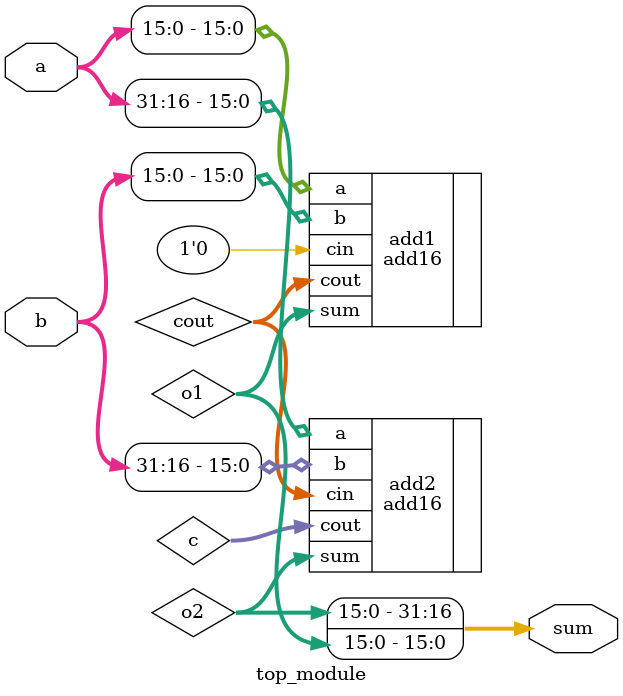
<source format=v>
module top_module(
    input [31:0] a,
    input [31:0] b,
    output [31:0] sum
);
    wire [15:0] o1, o2, cout, c;
    add16 add1 ( .a(a[15:0]), .b(b[15:0]), .sum(o1), .cin(1'b0), .cout(cout));
    add16 add2 ( .a(a[31:16]), .b(b[31:16]), .sum(o2), .cin(cout), .cout(c));
    assign sum = {o2, o1};    
endmodule

</source>
